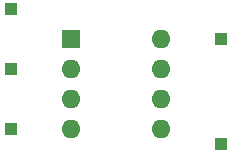
<source format=gbr>
G04 #@! TF.FileFunction,Copper,L1,Top,Signal*
%FSLAX46Y46*%
G04 Gerber Fmt 4.6, Leading zero omitted, Abs format (unit mm)*
G04 Created by KiCad (PCBNEW 4.0.7) date 01/25/19 00:07:42*
%MOMM*%
%LPD*%
G01*
G04 APERTURE LIST*
%ADD10C,0.100000*%
%ADD11R,1.000000X1.000000*%
%ADD12R,1.600000X1.600000*%
%ADD13O,1.600000X1.600000*%
G04 APERTURE END LIST*
D10*
D11*
X158750000Y-88900000D03*
X140970000Y-96520000D03*
X140970000Y-86360000D03*
X140970000Y-91440000D03*
X158750000Y-97790000D03*
D12*
X146050000Y-88900000D03*
D13*
X153670000Y-96520000D03*
X146050000Y-91440000D03*
X153670000Y-93980000D03*
X146050000Y-93980000D03*
X153670000Y-91440000D03*
X146050000Y-96520000D03*
X153670000Y-88900000D03*
M02*

</source>
